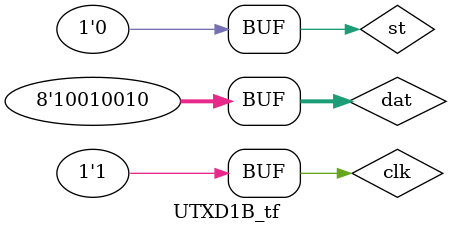
<source format=v>
module UTXD1B_tf;

	// Inputs
	reg clk;
	reg [7:0] dat;
	reg st;

	// Outputs
	wire UTXD;
	wire ce_tact;
	wire en_tx_byte;
	wire [3:0] cb_bit;
	wire T_start;
	wire T_dat;
	wire T_stop;
	wire ce_stop;
	wire [7:0] sr_dat;

	// Instantiate the Unit Under Test (UUT)
	UTXD1B uut (
		.clk(clk), 
		.UTXD(UTXD), 
		.dat(dat), 
		.ce_tact(ce_tact), 
		.st(st), 
		.en_tx_byte(en_tx_byte), 
		.cb_bit(cb_bit), 
		.T_start(T_start), 
		.T_dat(T_dat), 
		.T_stop(T_stop), 
		.ce_stop(ce_stop), 
		.sr_dat(sr_dat)
	);

always begin clk = 1'b0; #10 clk = 1'b1; #10; end // PERIOD = 20
//always begin rx_clk = 1'b0; #10 rx_clk = 1'b1; #10; end // PERIOD = 20
//always begin rx_clk = 1'b0; #10.4 rx_clk = 1'b1; #10.4; end // PERIOD = 20.8
//always begin rx_clk = 1'b0; #9.7 rx_clk = 1'b1; #9.7; end // PERIOD = 19.4
initial begin
st = 0 ; dat = 0 ;
#1000; st = 1; dat = 8'b10010010; // my tx_dat (èç òàáëèöû 1)
#20; st = 0;
end      
endmodule


</source>
